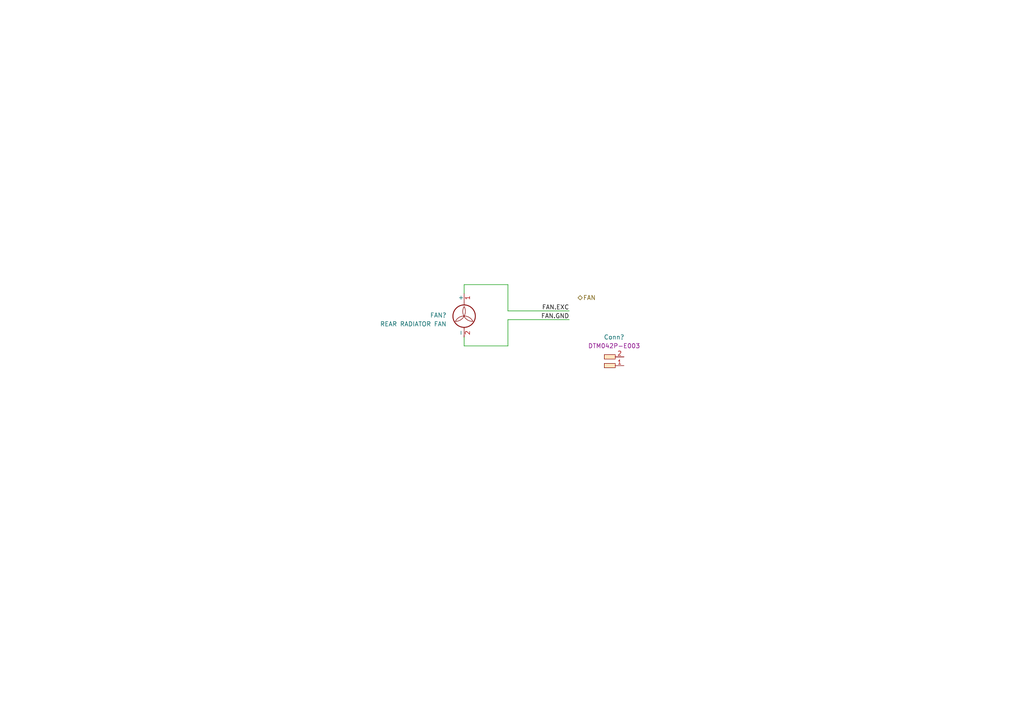
<source format=kicad_sch>
(kicad_sch (version 20231120) (generator "eeschema") (generator_version "8.0")
  (paper "A4")
  (title_block (title "DEVICE - RADIATOR FAN"))
  (lib_symbols
    (symbol "Connectors_SUFST:Deutsch_DTM_2P_Pin"
      (property "Reference" "Conn" (at 0 -1.905 0))
      (property "P/N" "DTM042P-E003" (at 0 0 0))
      (symbol "Deutsch_DTM_2P_Pin_0_1"
        (polyline (pts (xy -0.635 -4.445) (xy 1.905 -4.445)))
      )
      (symbol "Deutsch_DTM_2P_Pin_1_1"
        (rectangle (start -3.81 -6.35) (end -0.635 -7.62) (fill (type color) (color 255 229 191 1)))
        (rectangle (start -3.81 -3.81) (end -0.635 -5.08) (fill (type color) (color 255 229 191 1)))
        (pin input line (at 1.905 -6.985 180) (length 2.54) (name "") (number "1"))
        (pin input line (at 1.905 -4.445 180) (length 2.54) (name "") (number "2"))
      )
    )
    (symbol "Motor:Fan" (pin_names (offset 0))
      (property "Reference" "M" (at 2.54 5.08 0))
      (property "Value" "Fan" (at 2.54 -2.54 0))
      (symbol "Fan_0_1"
        (arc (start -2.54 -0.508) (mid 0.0028 0.9121) (end 0 3.81))
        (polyline (pts (xy 0 -5.08) (xy 0 -4.572)))
        (polyline (pts (xy 0 -2.2352) (xy 0 -2.6416)))
        (polyline (pts (xy 0 4.2672) (xy 0 4.6228)))
        (polyline (pts (xy 0 4.572) (xy 0 5.08)))
        (circle (center 0 1.016) (radius 3.2512) (stroke (width 0.254)))
        (arc (start 0 3.81) (mid 0.053 0.921) (end 2.54 -0.508))
        (arc (start 2.54 -0.508) (mid 0 1.0618) (end -2.54 -0.508))
      )
      (symbol "Fan_1_1"
        (pin passive line (at 0 7.62 270) (length 2.54) (name "+") (number "1"))
        (pin passive line (at 0 -5.08 90) (length 2.54) (name "-") (number "2"))
      )
    )
  )
  (wire (pts (xy 134.62 82.55) (xy 147.32 82.55)))
  (wire (pts (xy 134.62 100.33) (xy 134.62 97.79)))
  (wire (pts (xy 134.62 85.09) (xy 134.62 82.55)))
  (wire (pts (xy 147.32 100.33) (xy 134.62 100.33)))
  (wire (pts (xy 147.32 90.17) (xy 165.1 90.17)))
  (wire (pts (xy 147.32 82.55) (xy 147.32 90.17)))
  (wire (pts (xy 165.1 92.71) (xy 147.32 92.71)))
  (wire (pts (xy 147.32 92.71) (xy 147.32 100.33)))
  (label "FAN.GND" (at 165.1 92.71 180))
  (label "FAN.EXC" (at 165.1 90.17 180))
  (hierarchical_label "FAN" (shape bidirectional) (at 167.64 86.36 0))
  (symbol (lib_id "Motor:Fan") (at 134.62 92.71 0) (mirror y) (unit 1)
    (property "Reference" "FAN?" (at 129.54 91.44 0) (effects (justify left)))
    (property "Value" "REAR RADIATOR FAN" (at 129.54 93.98 0) (effects (justify left)))
  )
  (symbol (lib_id "Connectors_SUFST:Deutsch_DTM_2P_Pin") (at 179.07 99.06 0) (unit 1)
    (property "Reference" "Conn?" (at 178.1175 97.79 0))
    (property "Value" "Deutsch_DTM_2P_Pin" (effects (hide yes)))
    (property "P/N" "DTM042P-E003" (at 178.1175 100.33 0))
  )
)
</source>
